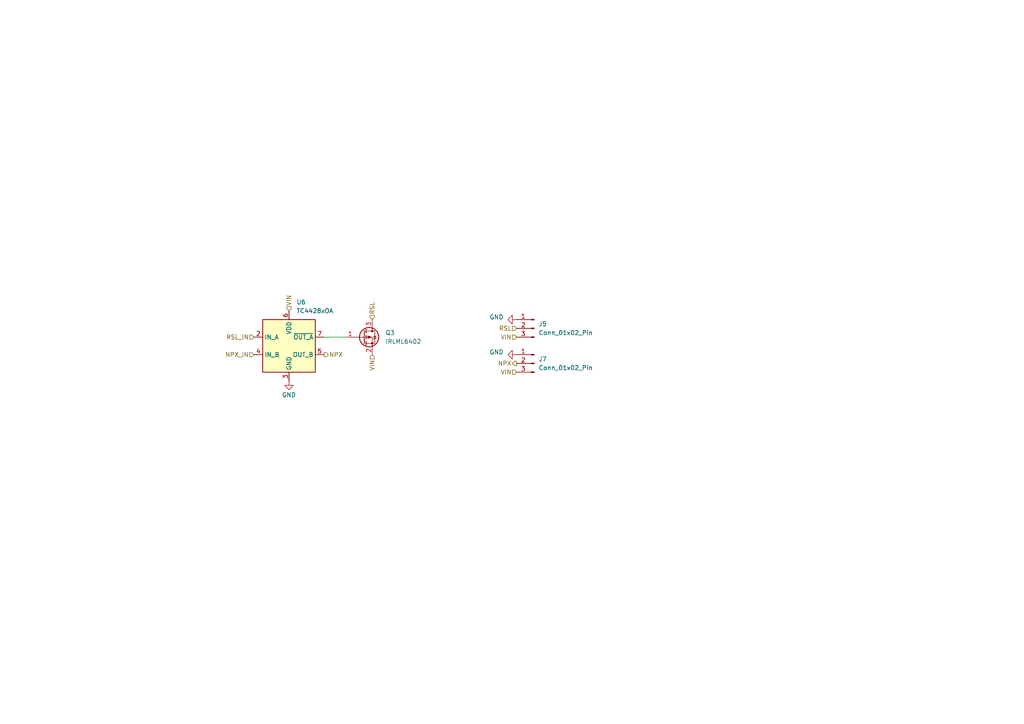
<source format=kicad_sch>
(kicad_sch (version 20250114) (generator "eeschema") (generator_version "9.0")
  (paper "A4")
  (lib_symbols
    (symbol "Connector:Conn_01x03_Pin" (pin_names (offset 1.016) (hide yes))
      (property "Reference" "J" (at 0 5.08 0))
      (property "Value" "Conn_01x03_Pin" (at 0 -5.08 0))
      (symbol "Conn_01x03_Pin_1_1"
        (rectangle (start 0.8636 2.667) (end 0 2.413) (stroke (width 0.1524)) (fill (type outline)))
        (rectangle (start 0.8636 0.127) (end 0 -0.127) (stroke (width 0.1524)) (fill (type outline)))
        (rectangle (start 0.8636 -2.413) (end 0 -2.667) (stroke (width 0.1524)) (fill (type outline)))
        (polyline (pts (xy 1.27 2.54) (xy 0.8636 2.54)) (stroke (width 0.1524)))
        (polyline (pts (xy 1.27 0) (xy 0.8636 0)) (stroke (width 0.1524)))
        (polyline (pts (xy 1.27 -2.54) (xy 0.8636 -2.54)) (stroke (width 0.1524)))
        (pin passive line (at 5.08 2.54 180) (length 3.81) (name "Pin_1") (number "1"))
        (pin passive line (at 5.08 0 180) (length 3.81) (name "Pin_2") (number "2"))
        (pin passive line (at 5.08 -2.54 180) (length 3.81) (name "Pin_3") (number "3"))
      )
    )
    (symbol "Driver_FET:TC4428xOA"
      (property "Reference" "U" (at -7.62 8.89 0))
      (property "Value" "TC4428xOA" (at 1.27 8.89 0))
      (symbol "TC4428xOA_0_1"
        (rectangle (start -7.62 -7.62) (end 7.62 7.62) (stroke (width 0.254)) (fill (type background)))
      )
      (symbol "TC4428xOA_1_1"
        (pin input line (at -10.16 2.54 0) (length 2.54) (name "IN_A") (number "2"))
        (pin input line (at -10.16 -2.54 0) (length 2.54) (name "IN_B") (number "4"))
        (pin no_connect line (at -7.62 0 0) (length 2.54) (hide yes) (name "NC") (number "1"))
        (pin power_in line (at 0 10.16 270) (length 2.54) (name "VDD") (number "6"))
        (pin power_in line (at 0 -10.16 90) (length 2.54) (name "GND") (number "3"))
        (pin no_connect line (at 7.62 0 180) (length 2.54) (hide yes) (name "NC") (number "8"))
        (pin output line (at 10.16 2.54 180) (length 2.54) (name "~{OUT_A}") (number "7"))
        (pin output line (at 10.16 -2.54 180) (length 2.54) (name "OUT_B") (number "5"))
      )
    )
    (symbol "Transistor_FET:IRLML6402" (pin_names (hide yes))
      (property "Reference" "Q" (at 5.08 1.905 0))
      (property "Value" "IRLML6402" (at 5.08 0 0))
      (symbol "IRLML6402_0_1"
        (polyline (pts (xy 0.254 1.905) (xy 0.254 -1.905)) (stroke (width 0.254)))
        (polyline (pts (xy 0.254 0) (xy -2.54 0)))
        (polyline (pts (xy 0.762 2.286) (xy 0.762 1.27)) (stroke (width 0.254)))
        (polyline (pts (xy 0.762 1.778) (xy 3.302 1.778) (xy 3.302 -1.778) (xy 0.762 -1.778)))
        (polyline (pts (xy 0.762 0.508) (xy 0.762 -0.508)) (stroke (width 0.254)))
        (polyline (pts (xy 0.762 -1.27) (xy 0.762 -2.286)) (stroke (width 0.254)))
        (circle (center 1.651 0) (radius 2.794) (stroke (width 0.254)))
        (polyline (pts (xy 2.286 0) (xy 1.27 0.381) (xy 1.27 -0.381) (xy 2.286 0)) (fill (type outline)))
        (polyline (pts (xy 2.54 2.54) (xy 2.54 1.778)))
        (circle (center 2.54 1.778) (radius 0.254) (fill (type outline)))
        (circle (center 2.54 -1.778) (radius 0.254) (fill (type outline)))
        (polyline (pts (xy 2.54 -2.54) (xy 2.54 0) (xy 0.762 0)))
        (polyline (pts (xy 2.794 -0.508) (xy 2.921 -0.381) (xy 3.683 -0.381) (xy 3.81 -0.254)))
        (polyline (pts (xy 3.302 -0.381) (xy 2.921 0.254) (xy 3.683 0.254) (xy 3.302 -0.381)))
      )
      (symbol "IRLML6402_1_1"
        (pin input line (at -5.08 0 0) (length 2.54) (name "G") (number "1"))
        (pin passive line (at 2.54 5.08 270) (length 2.54) (name "D") (number "3"))
        (pin passive line (at 2.54 -5.08 90) (length 2.54) (name "S") (number "2"))
      )
    )
    (symbol "power:GND" (power) (pin_numbers (hide yes)) (pin_names (offset 0) (hide yes))
      (property "Value" "GND" (at 0 -3.81 0))
      (symbol "GND_0_1"
        (polyline (pts (xy 0 0) (xy 0 -1.27) (xy 1.27 -1.27) (xy 0 -2.54) (xy -1.27 -1.27) (xy 0 -1.27)))
      )
      (symbol "GND_1_1"
        (pin power_in line (at 0 0 270) (length 0) (name "~") (number "1"))
      )
    )
  )
  (wire (pts (xy 93.98 97.79) (xy 100.33 97.79)))
  (hierarchical_label "NPX_IN" (shape input) (at 73.66 102.87 180))
  (hierarchical_label "VIN" (shape input) (at 149.86 97.79 180))
  (hierarchical_label "RSL_IN" (shape input) (at 73.66 97.79 180))
  (hierarchical_label "VIN" (shape input) (at 149.86 107.95 180))
  (hierarchical_label "VIN" (shape input) (at 83.82 90.17 90))
  (hierarchical_label "VIN" (shape input) (at 107.95 102.87 270))
  (hierarchical_label "RSL" (shape input) (at 149.86 95.25 180))
  (hierarchical_label "NPX" (shape output) (at 149.86 105.41 180))
  (hierarchical_label "NPX" (shape output) (at 93.98 102.87 0))
  (hierarchical_label "RSL" (shape input) (at 107.95 92.71 90))
  (symbol (lib_id "power:GND") (at 149.86 102.87 270) (unit 1)
    (property "Reference" "#PWR033" (effects (hide yes)))
    (property "Value" "GND" (at 146.05 102.108 90) (effects (justify right)))
    (property "Description" "Power symbol creates a global label with name \"GND\" , ground" (effects (hide yes)))
  )
  (symbol (lib_id "Transistor_FET:IRLML6402") (at 105.41 97.79 0) (unit 1)
    (property "Reference" "Q3" (at 111.76 96.5199 0) (effects (justify left)))
    (property "Value" "IRLML6402" (at 111.76 99.0599 0) (effects (justify left)))
    (property "Footprint" "Package_TO_SOT_SMD:SOT-23" (effects (hide yes)))
    (property "Datasheet" "https://www.infineon.com/dgdl/irlml6402pbf.pdf?fileId=5546d462533600a401535668d5c2263c" (effects (hide yes)))
    (property "Description" "-3.7A Id, -20V Vds, 65mOhm Rds, P-Channel HEXFET Power MOSFET, SOT-23" (effects (hide yes)))
  )
  (symbol (lib_id "power:GND") (at 83.82 110.49 0) (unit 1)
    (property "Reference" "#PWR036" (effects (hide yes)))
    (property "Value" "GND" (at 85.852 114.554 0) (effects (justify right)))
    (property "Description" "Power symbol creates a global label with name \"GND\" , ground" (effects (hide yes)))
  )
  (symbol (lib_id "Connector:Conn_01x03_Pin") (at 154.94 105.41 0) (mirror y) (unit 1)
    (property "Reference" "J7" (at 156.21 104.1399 0) (effects (justify right)))
    (property "Value" "Conn_01x02_Pin" (at 156.21 106.6799 0) (effects (justify right)))
    (property "Footprint" "Connector_Molex:Molex_Nano-Fit_105309-xx03_1x03_P2.50mm_Vertical" (effects (hide yes)))
    (property "Description" "Generic connector, single row, 01x03, script generated" (effects (hide yes)))
  )
  (symbol (lib_id "Connector:Conn_01x03_Pin") (at 154.94 95.25 0) (mirror y) (unit 1)
    (property "Reference" "J5" (at 156.21 93.9799 0) (effects (justify right)))
    (property "Value" "Conn_01x02_Pin" (at 156.21 96.5199 0) (effects (justify right)))
    (property "Footprint" "Connector_Molex:Molex_Nano-Fit_105309-xx03_1x03_P2.50mm_Vertical" (effects (hide yes)))
    (property "Description" "Generic connector, single row, 01x03, script generated" (effects (hide yes)))
  )
  (symbol (lib_id "Driver_FET:TC4428xOA") (at 83.82 100.33 0) (unit 1)
    (property "Reference" "U6" (at 85.9633 87.63 0) (effects (justify left)))
    (property "Value" "TC4428xOA" (at 85.9633 90.17 0) (effects (justify left)))
    (property "Footprint" "Package_SO:SOIC-8_3.9x4.9mm_P1.27mm" (effects (hide yes)))
    (property "Datasheet" "https://ww1.microchip.com/downloads/en/DeviceDoc/20001422G.pdf" (effects (hide yes)))
    (property "Description" "1.5A Dual High-Speed Power MOSFET Drivers, 4.5...18V supply, TTL/CMOS compatible inputs, complementary drivers, SOIC-8" (effects (hide yes)))
  )
  (symbol (lib_id "power:GND") (at 149.86 92.71 270) (unit 1)
    (property "Reference" "#PWR029" (effects (hide yes)))
    (property "Value" "GND" (at 146.05 91.948 90) (effects (justify right)))
    (property "Description" "Power symbol creates a global label with name \"GND\" , ground" (effects (hide yes)))
  )
)
</source>
